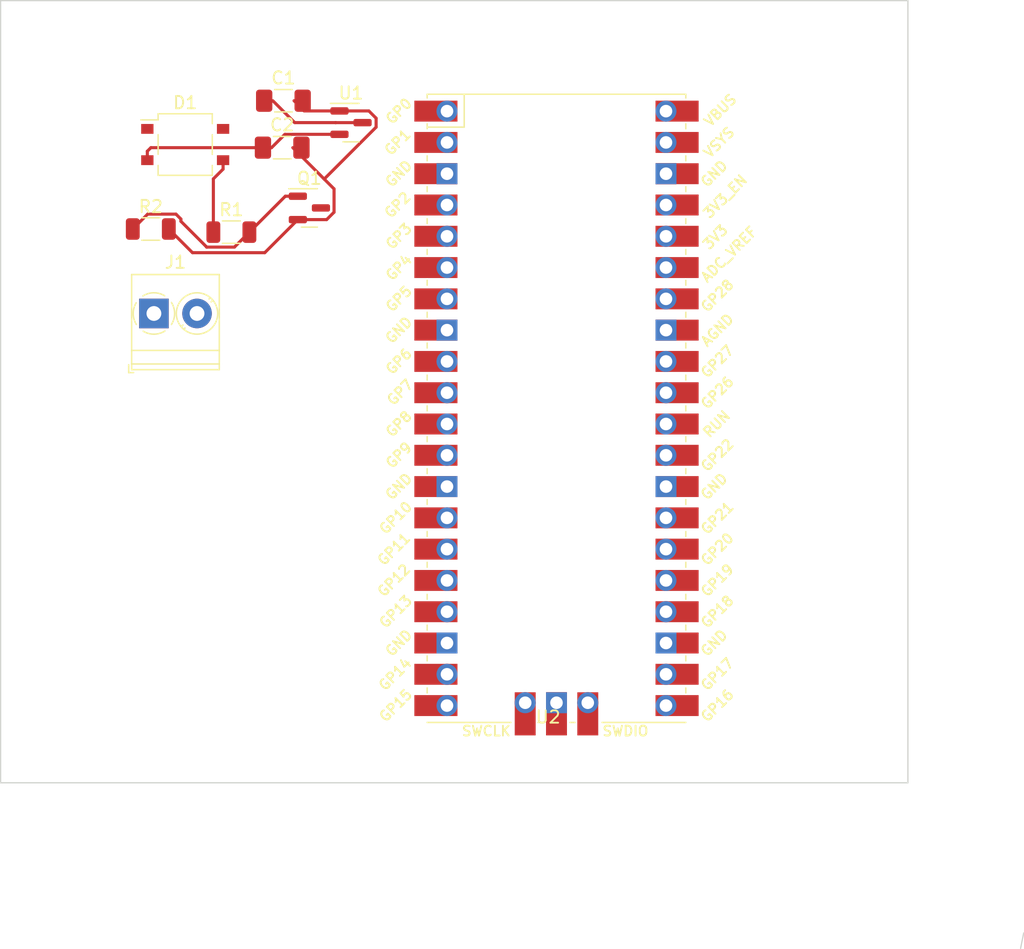
<source format=kicad_pcb>
(kicad_pcb (version 20211014) (generator pcbnew)
  (layers (0 "F.Cu" signal) (31 "B.Cu" signal) (34 "B.Paste" user) (35 "F.Paste" user) (36 "B.SilkS" user "B.Silkscreen") (37 "F.SilkS" user "F.Silkscreen") (38 "B.Mask" user) (39 "F.Mask" user) (44 "Edge.Cuts" user))
  (net 0 "")
  (net 1 "Net-(C1-Pad1)")
  (net 2 "GND")
  (net 3 "Net-(C2-Pad1)")
  (net 4 "/+V")
  (net 5 "Net-(D1-Pad3)")
  (net 6 "Net-(D1-Pad4)")
  (net 7 "Net-(Q1-Pad1)")
  (footprint "Resistor_SMD:R_1206_3216Metric" (layer "F.Cu") (at 115.2545 92.456)
    (fp_text reference "R1" (at 0 -1.82) (layer "F.SilkS"))
    (fp_text value "6k8")
    (fp_line (start -0.727064 0.91) (end 0.727064 0.91) (layer "F.SilkS") (width 0.12))
    (fp_line (start -0.727064 -0.91) (end 0.727064 -0.91) (layer "F.SilkS") (width 0.12))
    (pad "1" smd roundrect (at -1.4625 0) (size 1.125 1.75) (layers "F.Cu" "F.Paste" "F.Mask") (roundrect_rratio 0.222222) (net 5 "Net-(D1-Pad3)"))
    (pad "2" smd roundrect (at 1.4625 0) (size 1.125 1.75) (layers "F.Cu" "F.Paste" "F.Mask") (roundrect_rratio 0.222222) (net 7 "Net-(Q1-Pad1)"))
  )
  (footprint "Package_TO_SOT_SMD:SOT-23" (layer "F.Cu") (at 124.968 83.566)
    (fp_text reference "U1" (at 0 -2.4) (layer "F.SilkS"))
    (fp_text value "HT7533-1-SOT89")
    (fp_line (start 0 1.56) (end -0.65 1.56) (layer "F.SilkS") (width 0.12))
    (fp_line (start 0 -1.56) (end 0.65 -1.56) (layer "F.SilkS") (width 0.12))
    (fp_line (start 0 -1.56) (end -1.675 -1.56) (layer "F.SilkS") (width 0.12))
    (fp_line (start 0 1.56) (end 0.65 1.56) (layer "F.SilkS") (width 0.12))
    (pad "1" smd roundrect (at -0.9375 -0.95) (size 1.475 0.6) (layers "F.Cu" "F.Paste" "F.Mask") (net 2 "GND"))
    (pad "2" smd roundrect (at -0.9375 0.95) (size 1.475 0.6) (layers "F.Cu" "F.Paste" "F.Mask") (net 3 "Net-(C2-Pad1)"))
    (pad "3" smd roundrect (at 0.9375 0) (size 1.475 0.6) (layers "F.Cu" "F.Paste" "F.Mask") (net 1 "Net-(C1-Pad1)"))
  )
  (footprint "Capacitor_SMD:C_1206_3216Metric_Pad1.33x1.80mm_HandSolder" (layer "F.Cu") (at 119.4805 81.788)
    (fp_text reference "C1" (at 0 -1.85) (layer "F.SilkS"))
    (fp_text value "10u")
    (fp_line (start -0.711252 -0.91) (end 0.711252 -0.91) (layer "F.SilkS") (width 0.12))
    (fp_line (start -0.711252 0.91) (end 0.711252 0.91) (layer "F.SilkS") (width 0.12))
    (pad "1" smd roundrect (at -1.5625 0) (size 1.325 1.8) (layers "F.Cu" "F.Paste" "F.Mask") (roundrect_rratio 0.188679) (net 1 "Net-(C1-Pad1)"))
    (pad "2" smd roundrect (at 1.5625 0) (size 1.325 1.8) (layers "F.Cu" "F.Paste" "F.Mask") (roundrect_rratio 0.188679) (net 2 "GND"))
  )
  (footprint "Package_TO_SOT_SMD:SOT-23" (layer "F.Cu") (at 121.5875 90.49)
    (fp_text reference "Q1" (at 0 -2.4) (layer "F.SilkS"))
    (fp_text value "2N7002K")
    (fp_line (start 0 -1.56) (end -1.675 -1.56) (layer "F.SilkS") (width 0.12))
    (fp_line (start 0 -1.56) (end 0.65 -1.56) (layer "F.SilkS") (width 0.12))
    (fp_line (start 0 1.56) (end 0.65 1.56) (layer "F.SilkS") (width 0.12))
    (fp_line (start 0 1.56) (end -0.65 1.56) (layer "F.SilkS") (width 0.12))
    (pad "1" smd roundrect (at -0.9375 -0.95) (size 1.475 0.6) (layers "F.Cu" "F.Paste" "F.Mask") (net 7 "Net-(Q1-Pad1)"))
    (pad "2" smd roundrect (at -0.9375 0.95) (size 1.475 0.6) (layers "F.Cu" "F.Paste" "F.Mask") (net 2 "GND"))
    (pad "3" smd roundrect (at 0.9375 0) (size 1.475 0.6) (layers "F.Cu" "F.Paste" "F.Mask"))
  )
  (footprint "MCU_RaspberryPi_and_Boards:RP2040Pico" (layer "F.Cu") (at 141.649 106.763)
    (fp_text reference "U2" (at -0.679 25.063) (layer "F.SilkS"))
    (fp_text value "Pico")
    (fp_text user "GP8" (at -12.8 1.27 45) (layer "F.SilkS") (effects (font (size 0.8 0.8))))
    (fp_text user "GP18" (at 13.054 16.51 45) (layer "F.SilkS") (effects (font (size 0.8 0.8))))
    (fp_text user "GP21" (at 13.054 8.9 45) (layer "F.SilkS") (effects (font (size 0.8 0.8))))
    (fp_text user "GP20" (at 13.054 11.43 45) (layer "F.SilkS") (effects (font (size 0.8 0.8))))
    (fp_text user "GP3" (at -12.8 -13.97 45) (layer "F.SilkS") (effects (font (size 0.8 0.8))))
    (fp_text user "GP11" (at -13.2 11.43 45) (layer "F.SilkS") (effects (font (size 0.8 0.8))))
    (fp_text user "GP0" (at -12.8 -24.13 45) (layer "F.SilkS") (effects (font (size 0.8 0.8))))
    (fp_text user "GP2" (at -12.9 -16.51 45) (layer "F.SilkS") (effects (font (size 0.8 0.8))))
    (fp_text user "GP26" (at 13.054 -1.27 45) (layer "F.SilkS") (effects (font (size 0.8 0.8))))
    (fp_text user "GP28" (at 13.054 -9.144 45) (layer "F.SilkS") (effects (font (size 0.8 0.8))))
    (fp_text user "ADC_VREF" (at 14 -12.5 45) (layer "F.SilkS") (effects (font (size 0.8 0.8))))
    (fp_text user "GND" (at -12.8 -6.35 45) (layer "F.SilkS") (effects (font (size 0.8 0.8))))
    (fp_text user "GP17" (at 13.054 21.59 45) (layer "F.SilkS") (effects (font (size 0.8 0.8))))
    (fp_text user "SWDIO" (at 5.6 26.2) (layer "F.SilkS") (effects (font (size 0.8 0.8))))
    (fp_text user "GP15" (at -13.054 24.13 45) (layer "F.SilkS") (effects (font (size 0.8 0.8))))
    (fp_text user "SWCLK" (at -5.7 26.2) (layer "F.SilkS") (effects (font (size 0.8 0.8))))
    (fp_text user "RUN" (at 13 1.27 45) (layer "F.SilkS") (effects (font (size 0.8 0.8))))
    (fp_text user "GND" (at 12.8 19.05 45) (layer "F.SilkS") (effects (font (size 0.8 0.8))))
    (fp_text user "GND" (at 12.8 -19.05 45) (layer "F.SilkS") (effects (font (size 0.8 0.8))))
    (fp_text user "GP22" (at 13.054 3.81 45) (layer "F.SilkS") (effects (font (size 0.8 0.8))))
    (fp_text user "GP9" (at -12.8 3.81 45) (layer "F.SilkS") (effects (font (size 0.8 0.8))))
    (fp_text user "GND" (at 12.8 6.35 45) (layer "F.SilkS") (effects (font (size 0.8 0.8))))
    (fp_text user "GP27" (at 13.054 -3.8 45) (layer "F.SilkS") (effects (font (size 0.8 0.8))))
    (fp_text user "GP10" (at -13.054 8.89 45) (layer "F.SilkS") (effects (font (size 0.8 0.8))))
    (fp_text user "GP13" (at -13.054 16.51 45) (layer "F.SilkS") (effects (font (size 0.8 0.8))))
    (fp_text user "AGND" (at 13.054 -6.35 45) (layer "F.SilkS") (effects (font (size 0.8 0.8))))
    (fp_text user "GP6" (at -12.8 -3.81 45) (layer "F.SilkS") (effects (font (size 0.8 0.8))))
    (fp_text user "GP1" (at -12.9 -21.6 45) (layer "F.SilkS") (effects (font (size 0.8 0.8))))
    (fp_text user "GP19" (at 13.054 13.97 45) (layer "F.SilkS") (effects (font (size 0.8 0.8))))
    (fp_text user "GP16" (at 13.054 24.13 45) (layer "F.SilkS") (effects (font (size 0.8 0.8))))
    (fp_text user "GND" (at -12.8 -19.05 45) (layer "F.SilkS") (effects (font (size 0.8 0.8))))
    (fp_text user "GP12" (at -13.2 13.97 45) (layer "F.SilkS") (effects (font (size 0.8 0.8))))
    (fp_text user "GND" (at -12.8 6.35 45) (layer "F.SilkS") (effects (font (size 0.8 0.8))))
    (fp_text user "GP5" (at -12.8 -8.89 45) (layer "F.SilkS") (effects (font (size 0.8 0.8))))
    (fp_text user "GP7" (at -12.7 -1.3 45) (layer "F.SilkS") (effects (font (size 0.8 0.8))))
    (fp_text user "GP14" (at -13.1 21.59 45) (layer "F.SilkS") (effects (font (size 0.8 0.8))))
    (fp_text user "VSYS" (at 13.2 -21.59 45) (layer "F.SilkS") (effects (font (size 0.8 0.8))))
    (fp_text user "GP4" (at -12.8 -11.43 45) (layer "F.SilkS") (effects (font (size 0.8 0.8))))
    (fp_text user "3V3" (at 12.9 -13.9 45) (layer "F.SilkS") (effects (font (size 0.8 0.8))))
    (fp_text user "3V3_EN" (at 13.7 -17.2 45) (layer "F.SilkS") (effects (font (size 0.8 0.8))))
    (fp_text user "VBUS" (at 13.3 -24.2 45) (layer "F.SilkS") (effects (font (size 0.8 0.8))))
    (fp_text user "GND" (at -12.8 19.05 45) (layer "F.SilkS") (effects (font (size 0.8 0.8))))
    (fp_line (start -10.5 22.7) (end -10.5 23.1) (layer "F.SilkS") (width 0.12))
    (fp_line (start -10.5 10) (end -10.5 10.4) (layer "F.SilkS") (width 0.12))
    (fp_line (start -10.5 -5.3) (end -10.5 -4.9) (layer "F.SilkS") (width 0.12))
    (fp_line (start -3.7 25.5) (end -10.5 25.5) (layer "F.SilkS") (width 0.12))
    (fp_line (start 10.5 -10.4) (end 10.5 -10) (layer "F.SilkS") (width 0.12))
    (fp_line (start -10.5 2.3) (end -10.5 2.7) (layer "F.SilkS") (width 0.12))
    (fp_line (start -10.5 -2.7) (end -10.5 -2.3) (layer "F.SilkS") (width 0.12))
    (fp_line (start 10.5 4.9) (end 10.5 5.3) (layer "F.SilkS") (width 0.12))
    (fp_line (start -10.5 -12.9) (end -10.5 -12.5) (layer "F.SilkS") (width 0.12))
    (fp_line (start -10.5 -0.2) (end -10.5 0.2) (layer "F.SilkS") (width 0.12))
    (fp_line (start -10.5 12.5) (end -10.5 12.9) (layer "F.SilkS") (width 0.12))
    (fp_line (start 10.5 7.4) (end 10.5 7.8) (layer "F.SilkS") (width 0.12))
    (fp_line (start 10.5 12.5) (end 10.5 12.9) (layer "F.SilkS") (width 0.12))
    (fp_line (start -10.5 -7.8) (end -10.5 -7.4) (layer "F.SilkS") (width 0.12))
    (fp_line (start 10.5 -23.1) (end 10.5 -22.7) (layer "F.SilkS") (width 0.12))
    (fp_line (start -10.5 -15.4) (end -10.5 -15) (layer "F.SilkS") (width 0.12))
    (fp_line (start 10.5 22.7) (end 10.5 23.1) (layer "F.SilkS") (width 0.12))
    (fp_line (start -10.5 7.4) (end -10.5 7.8) (layer "F.SilkS") (width 0.12))
    (fp_line (start 10.5 20.1) (end 10.5 20.5) (layer "F.SilkS") (width 0.12))
    (fp_line (start -10.5 4.9) (end -10.5 5.3) (layer "F.SilkS") (width 0.12))
    (fp_line (start 10.5 25.5) (end 3.7 25.5) (layer "F.SilkS") (width 0.12))
    (fp_line (start 1.1 25.5) (end 1.5 25.5) (layer "F.SilkS") (width 0.12))
    (fp_line (start -10.5 -20.5) (end -10.5 -20.1) (layer "F.SilkS") (width 0.12))
    (fp_line (start -10.5 -23.1) (end -10.5 -22.7) (layer "F.SilkS") (width 0.12))
    (fp_line (start 10.5 -25.5) (end 10.5 -25.2) (layer "F.SilkS") (width 0.12))
    (fp_line (start -10.5 -25.5) (end -10.5 -25.2) (layer "F.SilkS") (width 0.12))
    (fp_line (start -10.5 -10.4) (end -10.5 -10) (layer "F.SilkS") (width 0.12))
    (fp_line (start -1.5 25.5) (end -1.1 25.5) (layer "F.SilkS") (width 0.12))
    (fp_line (start 10.5 -2.7) (end 10.5 -2.3) (layer "F.SilkS") (width 0.12))
    (fp_line (start 10.5 -0.2) (end 10.5 0.2) (layer "F.SilkS") (width 0.12))
    (fp_line (start -10.5 20.1) (end -10.5 20.5) (layer "F.SilkS") (width 0.12))
    (fp_line (start -10.5 -22.833) (end -7.493 -22.833) (layer "F.SilkS") (width 0.12))
    (fp_line (start 10.5 -12.9) (end 10.5 -12.5) (layer "F.SilkS") (width 0.12))
    (fp_line (start -10.5 15.1) (end -10.5 15.5) (layer "F.SilkS") (width 0.12))
    (fp_line (start 10.5 -15.4) (end 10.5 -15) (layer "F.SilkS") (width 0.12))
    (fp_line (start 10.5 -5.3) (end 10.5 -4.9) (layer "F.SilkS") (width 0.12))
    (fp_line (start -7.493 -22.833) (end -7.493 -25.5) (layer "F.SilkS") (width 0.12))
    (fp_line (start 10.5 17.6) (end 10.5 18) (layer "F.SilkS") (width 0.12))
    (fp_line (start 10.5 -18) (end 10.5 -17.6) (layer "F.SilkS") (width 0.12))
    (fp_line (start 10.5 10) (end 10.5 10.4) (layer "F.SilkS") (width 0.12))
    (fp_line (start -10.5 -18) (end -10.5 -17.6) (layer "F.SilkS") (width 0.12))
    (fp_line (start -10.5 -25.5) (end 10.5 -25.5) (layer "F.SilkS") (width 0.12))
    (fp_line (start 10.5 15.1) (end 10.5 15.5) (layer "F.SilkS") (width 0.12))
    (fp_line (start 10.5 -7.8) (end 10.5 -7.4) (layer "F.SilkS") (width 0.12))
    (fp_line (start -10.5 17.6) (end -10.5 18) (layer "F.SilkS") (width 0.12))
    (fp_line (start 10.5 2.3) (end 10.5 2.7) (layer "F.SilkS") (width 0.12))
    (fp_line (start 10.5 -20.5) (end 10.5 -20.1) (layer "F.SilkS") (width 0.12))
    (pad "1" smd rect (at -8.89 -24.13) (size 3.5 1.7) (drill (offset -0.9 0)) (layers "F.Cu" "F.Mask"))
    (pad "1" thru_hole oval (at -8.89 -24.13) (size 1.7 1.7) (drill 1.02) (layers *.Cu *.Mask))
    (pad "2" smd rect (at -8.89 -21.59) (size 3.5 1.7) (drill (offset -0.9 0)) (layers "F.Cu" "F.Mask"))
    (pad "2" thru_hole oval (at -8.89 -21.59) (size 1.7 1.7) (drill 1.02) (layers *.Cu *.Mask))
    (pad "3" smd rect (at -8.89 -19.05) (size 3.5 1.7) (drill (offset -0.9 0)) (layers "F.Cu" "F.Mask"))
    (pad "3" thru_hole rect (at -8.89 -19.05) (size 1.7 1.7) (drill 1.02) (layers *.Cu *.Mask))
    (pad "4" thru_hole oval (at -8.89 -16.51) (size 1.7 1.7) (drill 1.02) (layers *.Cu *.Mask))
    (pad "4" smd rect (at -8.89 -16.51) (size 3.5 1.7) (drill (offset -0.9 0)) (layers "F.Cu" "F.Mask"))
    (pad "5" thru_hole oval (at -8.89 -13.97) (size 1.7 1.7) (drill 1.02) (layers *.Cu *.Mask))
    (pad "5" smd rect (at -8.89 -13.97) (size 3.5 1.7) (drill (offset -0.9 0)) (layers "F.Cu" "F.Mask"))
    (pad "6" smd rect (at -8.89 -11.43) (size 3.5 1.7) (drill (offset -0.9 0)) (layers "F.Cu" "F.Mask"))
    (pad "6" thru_hole oval (at -8.89 -11.43) (size 1.7 1.7) (drill 1.02) (layers *.Cu *.Mask))
    (pad "7" thru_hole oval (at -8.89 -8.89) (size 1.7 1.7) (drill 1.02) (layers *.Cu *.Mask))
    (pad "7" smd rect (at -8.89 -8.89) (size 3.5 1.7) (drill (offset -0.9 0)) (layers "F.Cu" "F.Mask"))
    (pad "8" thru_hole rect (at -8.89 -6.35) (size 1.7 1.7) (drill 1.02) (layers *.Cu *.Mask))
    (pad "8" smd rect (at -8.89 -6.35) (size 3.5 1.7) (drill (offset -0.9 0)) (layers "F.Cu" "F.Mask"))
    (pad "9" smd rect (at -8.89 -3.81) (size 3.5 1.7) (drill (offset -0.9 0)) (layers "F.Cu" "F.Mask"))
    (pad "9" thru_hole oval (at -8.89 -3.81) (size 1.7 1.7) (drill 1.02) (layers *.Cu *.Mask))
    (pad "10" thru_hole oval (at -8.89 -1.27) (size 1.7 1.7) (drill 1.02) (layers *.Cu *.Mask))
    (pad "10" smd rect (at -8.89 -1.27) (size 3.5 1.7) (drill (offset -0.9 0)) (layers "F.Cu" "F.Mask"))
    (pad "11" thru_hole oval (at -8.89 1.27) (size 1.7 1.7) (drill 1.02) (layers *.Cu *.Mask))
    (pad "11" smd rect (at -8.89 1.27) (size 3.5 1.7) (drill (offset -0.9 0)) (layers "F.Cu" "F.Mask"))
    (pad "12" smd rect (at -8.89 3.81) (size 3.5 1.7) (drill (offset -0.9 0)) (layers "F.Cu" "F.Mask"))
    (pad "12" thru_hole oval (at -8.89 3.81) (size 1.7 1.7) (drill 1.02) (layers *.Cu *.Mask))
    (pad "13" thru_hole rect (at -8.89 6.35) (size 1.7 1.7) (drill 1.02) (layers *.Cu *.Mask))
    (pad "13" smd rect (at -8.89 6.35) (size 3.5 1.7) (drill (offset -0.9 0)) (layers "F.Cu" "F.Mask"))
    (pad "14" thru_hole oval (at -8.89 8.89) (size 1.7 1.7) (drill 1.02) (layers *.Cu *.Mask))
    (pad "14" smd rect (at -8.89 8.89) (size 3.5 1.7) (drill (offset -0.9 0)) (layers "F.Cu" "F.Mask"))
    (pad "15" thru_hole oval (at -8.89 11.43) (size 1.7 1.7) (drill 1.02) (layers *.Cu *.Mask))
    (pad "15" smd rect (at -8.89 11.43) (size 3.5 1.7) (drill (offset -0.9 0)) (layers "F.Cu" "F.Mask"))
    (pad "16" smd rect (at -8.89 13.97) (size 3.5 1.7) (drill (offset -0.9 0)) (layers "F.Cu" "F.Mask"))
    (pad "16" thru_hole oval (at -8.89 13.97) (size 1.7 1.7) (drill 1.02) (layers *.Cu *.Mask))
    (pad "17" thru_hole oval (at -8.89 16.51) (size 1.7 1.7) (drill 1.02) (layers *.Cu *.Mask))
    (pad "17" smd rect (at -8.89 16.51) (size 3.5 1.7) (drill (offset -0.9 0)) (layers "F.Cu" "F.Mask"))
    (pad "18" thru_hole rect (at -8.89 19.05) (size 1.7 1.7) (drill 1.02) (layers *.Cu *.Mask))
    (pad "18" smd rect (at -8.89 19.05) (size 3.5 1.7) (drill (offset -0.9 0)) (layers "F.Cu" "F.Mask"))
    (pad "19" thru_hole oval (at -8.89 21.59) (size 1.7 1.7) (drill 1.02) (layers *.Cu *.Mask))
    (pad "19" smd rect (at -8.89 21.59) (size 3.5 1.7) (drill (offset -0.9 0)) (layers "F.Cu" "F.Mask"))
    (pad "20" smd rect (at -8.89 24.13) (size 3.5 1.7) (drill (offset -0.9 0)) (layers "F.Cu" "F.Mask"))
    (pad "20" thru_hole oval (at -8.89 24.13) (size 1.7 1.7) (drill 1.02) (layers *.Cu *.Mask))
    (pad "21" smd rect (at 8.89 24.13) (size 3.5 1.7) (drill (offset 0.9 0)) (layers "F.Cu" "F.Mask"))
    (pad "21" thru_hole oval (at 8.89 24.13) (size 1.7 1.7) (drill 1.02) (layers *.Cu *.Mask))
    (pad "22" smd rect (at 8.89 21.59) (size 3.5 1.7) (drill (offset 0.9 0)) (layers "F.Cu" "F.Mask"))
    (pad "22" thru_hole oval (at 8.89 21.59) (size 1.7 1.7) (drill 1.02) (layers *.Cu *.Mask))
    (pad "23" thru_hole rect (at 8.89 19.05) (size 1.7 1.7) (drill 1.02) (layers *.Cu *.Mask))
    (pad "23" smd rect (at 8.89 19.05) (size 3.5 1.7) (drill (offset 0.9 0)) (layers "F.Cu" "F.Mask"))
    (pad "24" smd rect (at 8.89 16.51) (size 3.5 1.7) (drill (offset 0.9 0)) (layers "F.Cu" "F.Mask"))
    (pad "24" thru_hole oval (at 8.89 16.51) (size 1.7 1.7) (drill 1.02) (layers *.Cu *.Mask))
    (pad "25" smd rect (at 8.89 13.97) (size 3.5 1.7) (drill (offset 0.9 0)) (layers "F.Cu" "F.Mask"))
    (pad "25" thru_hole oval (at 8.89 13.97) (size 1.7 1.7) (drill 1.02) (layers *.Cu *.Mask))
    (pad "26" thru_hole oval (at 8.89 11.43) (size 1.7 1.7) (drill 1.02) (layers *.Cu *.Mask))
    (pad "26" smd rect (at 8.89 11.43) (size 3.5 1.7) (drill (offset 0.9 0)) (layers "F.Cu" "F.Mask"))
    (pad "27" thru_hole oval (at 8.89 8.89) (size 1.7 1.7) (drill 1.02) (layers *.Cu *.Mask))
    (pad "27" smd rect (at 8.89 8.89) (size 3.5 1.7) (drill (offset 0.9 0)) (layers "F.Cu" "F.Mask"))
    (pad "28" thru_hole rect (at 8.89 6.35) (size 1.7 1.7) (drill 1.02) (layers *.Cu *.Mask))
    (pad "28" smd rect (at 8.89 6.35) (size 3.5 1.7) (drill (offset 0.9 0)) (layers "F.Cu" "F.Mask"))
    (pad "29" smd rect (at 8.89 3.81) (size 3.5 1.7) (drill (offset 0.9 0)) (layers "F.Cu" "F.Mask"))
    (pad "29" thru_hole oval (at 8.89 3.81) (size 1.7 1.7) (drill 1.02) (layers *.Cu *.Mask))
    (pad "30" thru_hole oval (at 8.89 1.27) (size 1.7 1.7) (drill 1.02) (layers *.Cu *.Mask))
    (pad "30" smd rect (at 8.89 1.27) (size 3.5 1.7) (drill (offset 0.9 0)) (layers "F.Cu" "F.Mask"))
    (pad "31" smd rect (at 8.89 -1.27) (size 3.5 1.7) (drill (offset 0.9 0)) (layers "F.Cu" "F.Mask"))
    (pad "31" thru_hole oval (at 8.89 -1.27) (size 1.7 1.7) (drill 1.02) (layers *.Cu *.Mask))
    (pad "32" smd rect (at 8.89 -3.81) (size 3.5 1.7) (drill (offset 0.9 0)) (layers "F.Cu" "F.Mask"))
    (pad "32" thru_hole oval (at 8.89 -3.81) (size 1.7 1.7) (drill 1.02) (layers *.Cu *.Mask))
    (pad "33" thru_hole rect (at 8.89 -6.35) (size 1.7 1.7) (drill 1.02) (layers *.Cu *.Mask))
    (pad "33" smd rect (at 8.89 -6.35) (size 3.5 1.7) (drill (offset 0.9 0)) (layers "F.Cu" "F.Mask"))
    (pad "34" thru_hole oval (at 8.89 -8.89) (size 1.7 1.7) (drill 1.02) (layers *.Cu *.Mask))
    (pad "34" smd rect (at 8.89 -8.89) (size 3.5 1.7) (drill (offset 0.9 0)) (layers "F.Cu" "F.Mask"))
    (pad "35" smd rect (at 8.89 -11.43) (size 3.5 1.7) (drill (offset 0.9 0)) (layers "F.Cu" "F.Mask"))
    (pad "35" thru_hole oval (at 8.89 -11.43) (size 1.7 1.7) (drill 1.02) (layers *.Cu *.Mask))
    (pad "36" smd rect (at 8.89 -13.97) (size 3.5 1.7) (drill (offset 0.9 0)) (layers "F.Cu" "F.Mask"))
    (pad "36" thru_hole oval (at 8.89 -13.97) (size 1.7 1.7) (drill 1.02) (layers *.Cu *.Mask))
    (pad "37" thru_hole oval (at 8.89 -16.51) (size 1.7 1.7) (drill 1.02) (layers *.Cu *.Mask))
    (pad "37" smd rect (at 8.89 -16.51) (size 3.5 1.7) (drill (offset 0.9 0)) (layers "F.Cu" "F.Mask"))
    (pad "38" thru_hole rect (at 8.89 -19.05) (size 1.7 1.7) (drill 1.02) (layers *.Cu *.Mask))
    (pad "38" smd rect (at 8.89 -19.05) (size 3.5 1.7) (drill (offset 0.9 0)) (layers "F.Cu" "F.Mask"))
    (pad "39" thru_hole oval (at 8.89 -21.59) (size 1.7 1.7) (drill 1.02) (layers *.Cu *.Mask))
    (pad "39" smd rect (at 8.89 -21.59) (size 3.5 1.7) (drill (offset 0.9 0)) (layers "F.Cu" "F.Mask"))
    (pad "40" thru_hole oval (at 8.89 -24.13) (size 1.7 1.7) (drill 1.02) (layers *.Cu *.Mask))
    (pad "40" smd rect (at 8.89 -24.13) (size 3.5 1.7) (drill (offset 0.9 0)) (layers "F.Cu" "F.Mask"))
    (pad "41" thru_hole oval (at -2.54 23.9) (size 1.7 1.7) (drill 1.02) (layers *.Cu *.Mask))
    (pad "41" smd rect (at -2.54 23.9 90) (size 3.5 1.7) (drill (offset -0.9 0)) (layers "F.Cu" "F.Mask"))
    (pad "42" smd rect (at 0 23.9 90) (size 3.5 1.7) (drill (offset -0.9 0)) (layers "F.Cu" "F.Mask"))
    (pad "42" thru_hole rect (at 0 23.9) (size 1.7 1.7) (drill 1.02) (layers *.Cu *.Mask))
    (pad "43" thru_hole oval (at 2.54 23.9) (size 1.7 1.7) (drill 1.02) (layers *.Cu *.Mask))
    (pad "43" smd rect (at 2.54 23.9 90) (size 3.5 1.7) (drill (offset -0.9 0)) (layers "F.Cu" "F.Mask"))
  )
  (footprint "TerminalBlock_Phoenix:TerminalBlock_Phoenix_PT-1,5-2-3.5-H_1x02_P3.50mm_Horizontal" (layer "F.Cu") (at 108.966 99.06)
    (fp_text reference "J1" (at 1.75 -4.16) (layer "F.SilkS"))
    (fp_text value "SCREW-TERMINAL-GREEN_2P-3.5_")
    (fp_line (start -1.81 4.56) (end 5.31 4.56) (layer "F.SilkS") (width 0.12))
    (fp_line (start 2.525 1.181) (end 2.431 1.274) (layer "F.SilkS") (width 0.12))
    (fp_line (start 5.31 -3.16) (end 5.31 4.56) (layer "F.SilkS") (width 0.12))
    (fp_line (start -1.81 -3.16) (end -1.81 4.56) (layer "F.SilkS") (width 0.12))
    (fp_line (start 4.775 -1.069) (end 4.646 -0.941) (layer "F.SilkS") (width 0.12))
    (fp_line (start -2.05 4.8) (end -1.65 4.8) (layer "F.SilkS") (width 0.12))
    (fp_line (start -2.05 4.16) (end -2.05 4.8) (layer "F.SilkS") (width 0.12))
    (fp_line (start 4.57 -1.275) (end 4.476 -1.181) (layer "F.SilkS") (width 0.12))
    (fp_line (start 2.355 0.941) (end 2.226 1.069) (layer "F.SilkS") (width 0.12))
    (fp_line (start -1.81 3) (end 5.31 3) (layer "F.SilkS") (width 0.12))
    (fp_line (start -1.81 -3.16) (end 5.31 -3.16) (layer "F.SilkS") (width 0.12))
    (fp_line (start -1.81 4.1) (end 5.31 4.1) (layer "F.SilkS") (width 0.12))
    (fp_arc (start -0.889894 -1.425358) (mid -0.014012 -1.680286) (end 0.866 -1.44) (layer "F.SilkS") (width 0.12))
    (fp_arc (start 1.425504 -0.890193) (mid 1.680626 0.000476) (end 1.425 0.891) (layer "F.SilkS") (width 0.12))
    (fp_arc (start 0.890264 1.424721) (mid 0.463071 1.61492) (end 0 1.68) (layer "F.SilkS") (width 0.12))
    (fp_arc (start -1.425358 0.889894) (mid -1.680286 0.014012) (end -1.44 -0.866) (layer "F.SilkS") (width 0.12))
    (fp_arc (start 0.028674 1.680099) (mid -0.435535 1.622918) (end -0.866 1.44) (layer "F.SilkS") (width 0.12))
    (fp_circle (center 3.5 0) (end 5.18 0) (layer "F.SilkS") (width 0.12) (fill none))
    (pad "1" thru_hole rect (at 0 0) (size 2.4 2.4) (drill 1.2) (layers *.Cu *.Mask) (net 6 "Net-(D1-Pad4)"))
    (pad "2" thru_hole circle (at 3.5 0) (size 2.4 2.4) (drill 1.2) (layers *.Cu *.Mask) (net 5 "Net-(D1-Pad3)"))
  )
  (footprint "Capacitor_SMD:C_1206_3216Metric_Pad1.33x1.80mm_HandSolder" (layer "F.Cu") (at 119.38 85.598)
    (fp_text reference "C2" (at 0 -1.85) (layer "F.SilkS"))
    (fp_text value "10u")
    (fp_line (start -0.711252 -0.91) (end 0.711252 -0.91) (layer "F.SilkS") (width 0.12))
    (fp_line (start -0.711252 0.91) (end 0.711252 0.91) (layer "F.SilkS") (width 0.12))
    (pad "1" smd roundrect (at -1.5625 0) (size 1.325 1.8) (layers "F.Cu" "F.Paste" "F.Mask") (roundrect_rratio 0.188679) (net 3 "Net-(C2-Pad1)"))
    (pad "2" smd roundrect (at 1.5625 0) (size 1.325 1.8) (layers "F.Cu" "F.Paste" "F.Mask") (roundrect_rratio 0.188679) (net 2 "GND"))
  )
  (footprint "Package_TO_SOT_SMD:TO-269AA" (layer "F.Cu") (at 111.506 85.344)
    (fp_text reference "D1" (at 0 -3.4) (layer "F.SilkS"))
    (fp_text value "D_Bridge_+-AA")
    (fp_line (start 2.2 -0.8) (end 2.2 0.8) (layer "F.SilkS") (width 0.12))
    (fp_line (start 2.2 1.7) (end 2.2 2.5) (layer "F.SilkS") (width 0.12))
    (fp_line (start -2.2 -2) (end -3.6 -2) (layer "F.SilkS") (width 0.12))
    (fp_line (start 2.2 -1.7) (end 2.2 -2.5) (layer "F.SilkS") (width 0.12))
    (fp_line (start -2.2 -2.5) (end -2.2 -2) (layer "F.SilkS") (width 0.12))
    (fp_line (start -2.2 2.5) (end -2.2 1.7) (layer "F.SilkS") (width 0.12))
    (fp_line (start 2.2 2.5) (end -2.2 2.5) (layer "F.SilkS") (width 0.12))
    (fp_line (start 2.2 -2.5) (end -2.2 -2.5) (layer "F.SilkS") (width 0.12))
    (fp_line (start -2.2 -0.8) (end -2.2 0.8) (layer "F.SilkS") (width 0.12))
    (pad "1" smd rect (at -3.075 -1.27) (size 1 0.8) (layers "F.Cu" "F.Paste" "F.Mask") (net 4 "/+V"))
    (pad "2" smd rect (at -3.075 1.27) (size 1 0.8) (layers "F.Cu" "F.Paste" "F.Mask") (net 3 "Net-(C2-Pad1)"))
    (pad "3" smd rect (at 3.075 1.27) (size 1 0.8) (layers "F.Cu" "F.Paste" "F.Mask") (net 5 "Net-(D1-Pad3)"))
    (pad "4" smd rect (at 3.075 -1.27) (size 1 0.8) (layers "F.Cu" "F.Paste" "F.Mask") (net 6 "Net-(D1-Pad4)"))
  )
  (footprint "Resistor_SMD:R_1206_3216Metric" (layer "F.Cu") (at 108.712 92.202)
    (fp_text reference "R2" (at 0 -1.82) (layer "F.SilkS"))
    (fp_text value "6k8")
    (fp_line (start -0.727064 -0.91) (end 0.727064 -0.91) (layer "F.SilkS") (width 0.12))
    (fp_line (start -0.727064 0.91) (end 0.727064 0.91) (layer "F.SilkS") (width 0.12))
    (pad "1" smd roundrect (at -1.4625 0) (size 1.125 1.75) (layers "F.Cu" "F.Paste" "F.Mask") (roundrect_rratio 0.222222) (net 7 "Net-(Q1-Pad1)"))
    (pad "2" smd roundrect (at 1.4625 0) (size 1.125 1.75) (layers "F.Cu" "F.Paste" "F.Mask") (roundrect_rratio 0.222222) (net 2 "GND"))
  )
  (gr_line (start 179.578 149.352) (end 179.324 150.622) (layer "Edge.Cuts") (width 0.1))
  (gr_line (start 96.52 73.66) (end 170.18 73.66) (layer "Edge.Cuts") (width 0.1))
  (gr_line (start 170.18 137.16) (end 96.52 137.16) (layer "Edge.Cuts") (width 0.1))
  (gr_line (start 170.18 73.66) (end 170.18 137.16) (layer "Edge.Cuts") (width 0.1))
  (gr_line (start 96.52 137.16) (end 96.52 73.66) (layer "Edge.Cuts") (width 0.1))
  (segment (start 125.9055 83.566) (end 123.7196 83.566) (width 0.25) (layer "F.Cu") (net 1))
  (segment (start 120.3945 83.5645) (end 118.618 81.788) (width 0.25) (layer "F.Cu") (net 1))
  (segment (start 123.7196 83.566) (end 123.7181 83.5645) (width 0.25) (layer "F.Cu") (net 1))
  (segment (start 123.7181 83.5645) (end 120.3945 83.5645) (width 0.25) (layer "F.Cu") (net 1))
  (segment (start 124.0305 82.616) (end 126.4148 82.616) (width 0.25) (layer "F.Cu") (net 2))
  (segment (start 120.343 81.788) (end 121.171 82.616) (width 0.25) (layer "F.Cu") (net 2))
  (segment (start 126.4148 82.616) (end 127.0051 83.2063) (width 0.25) (layer "F.Cu") (net 2))
  (segment (start 123.59 88.9455) (end 123.59 90.8378) (width 0.25) (layer "F.Cu") (net 2))
  (segment (start 117.9657 94.1243) (end 120.65 91.44) (width 0.25) (layer "F.Cu") (net 2))
  (segment (start 110.1745 92.202) (end 112.0968 94.1243) (width 0.25) (layer "F.Cu") (net 2))
  (segment (start 120.2425 85.598) (end 122.7911 88.1466) (width 0.25) (layer "F.Cu") (net 2))
  (segment (start 122.7911 88.1466) (end 123.59 88.9455) (width 0.25) (layer "F.Cu") (net 2))
  (segment (start 122.9878 91.44) (end 120.65 91.44) (width 0.25) (layer "F.Cu") (net 2))
  (segment (start 121.171 82.616) (end 124.0305 82.616) (width 0.25) (layer "F.Cu") (net 2))
  (segment (start 127.0051 83.9326) (end 122.7911 88.1466) (width 0.25) (layer "F.Cu") (net 2))
  (segment (start 112.0968 94.1243) (end 117.9657 94.1243) (width 0.25) (layer "F.Cu") (net 2))
  (segment (start 123.59 90.8378) (end 122.9878 91.44) (width 0.25) (layer "F.Cu") (net 2))
  (segment (start 127.0051 83.2063) (end 127.0051 83.9326) (width 0.25) (layer "F.Cu") (net 2))
  (segment (start 118.5175 85.598) (end 108.7201 85.598) (width 0.25) (layer "F.Cu") (net 3))
  (segment (start 108.7201 85.598) (end 108.431 85.8871) (width 0.25) (layer "F.Cu") (net 3))
  (segment (start 124.0305 84.516) (end 119.5995 84.516) (width 0.25) (layer "F.Cu") (net 3))
  (segment (start 108.431 86.614) (end 108.431 85.8871) (width 0.25) (layer "F.Cu") (net 3))
  (segment (start 119.5995 84.516) (end 118.5175 85.598) (width 0.25) (layer "F.Cu") (net 3))
  (segment (start 114.581 86.614) (end 114.581 87.3409) (width 0.25) (layer "F.Cu") (net 5))
  (segment (start 114.581 87.3409) (end 113.792 88.1299) (width 0.25) (layer "F.Cu") (net 5))
  (segment (start 113.792 88.1299) (end 113.792 92.456) (width 0.25) (layer "F.Cu") (net 5))
  (segment (start 111.1569 91.5755) (end 111.1569 91.3946) (width 0.25) (layer "F.Cu") (net 7))
  (segment (start 113.2517 93.6703) (end 111.1569 91.5755) (width 0.25) (layer "F.Cu") (net 7))
  (segment (start 113.2554 93.6718) (end 113.2539 93.6703) (width 0.25) (layer "F.Cu") (net 7))
  (segment (start 116.717 92.456) (end 115.5012 93.6718) (width 0.25) (layer "F.Cu") (net 7))
  (segment (start 113.2539 93.6703) (end 113.2517 93.6703) (width 0.25) (layer "F.Cu") (net 7))
  (segment (start 111.1569 91.3946) (end 110.7576 90.9953) (width 0.25) (layer "F.Cu") (net 7))
  (segment (start 110.7576 90.9953) (end 108.4562 90.9953) (width 0.25) (layer "F.Cu") (net 7))
  (segment (start 108.4562 90.9953) (end 107.2495 92.202) (width 0.25) (layer "F.Cu") (net 7))
  (segment (start 115.5012 93.6718) (end 113.2554 93.6718) (width 0.25) (layer "F.Cu") (net 7))
  (segment (start 120.65 89.54) (end 119.633 89.54) (width 0.25) (layer "F.Cu") (net 7))
  (segment (start 119.633 89.54) (end 116.717 92.456) (width 0.25) (layer "F.Cu") (net 7))
)
</source>
